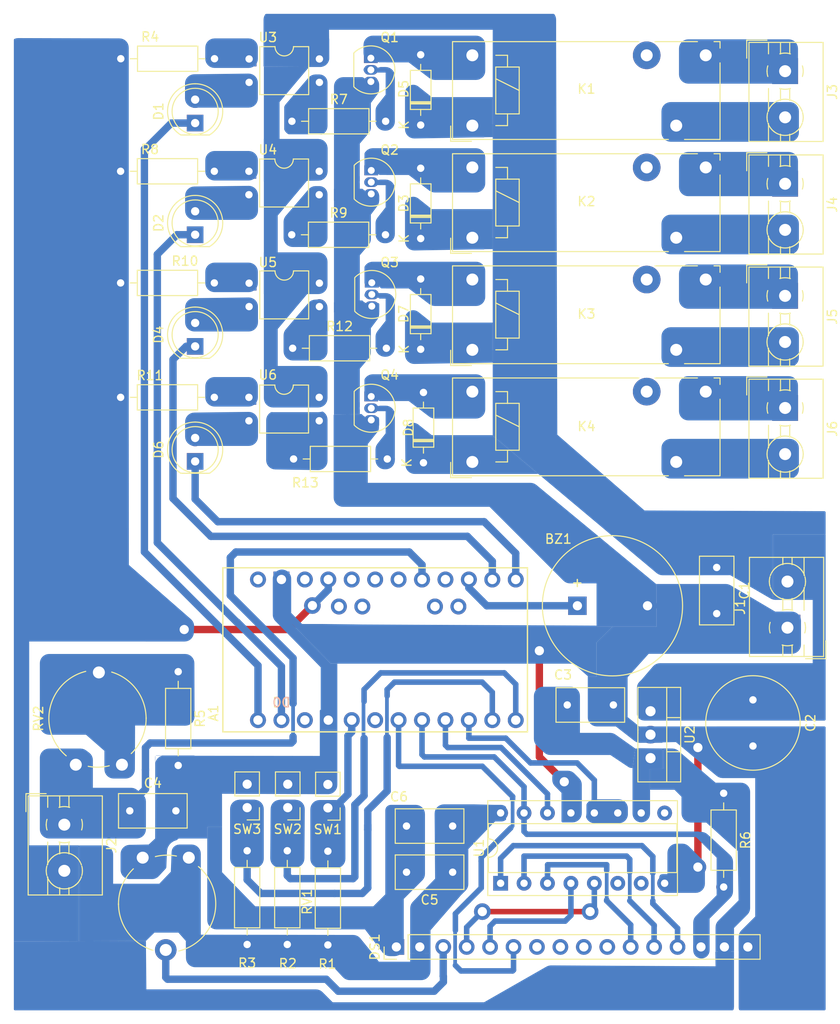
<source format=kicad_pcb>
(kicad_pcb (version 20240108) (generator "pcbnew") (generator_version "8.0")
  (layers (0 "F.Cu" signal) (31 "B.Cu" signal) (34 "B.Paste" user) (35 "F.Paste" user) (36 "B.SilkS" user "B.Silkscreen") (37 "F.SilkS" user "F.Silkscreen") (38 "B.Mask" user) (39 "F.Mask" user) (44 "Edge.Cuts" user))
  (net 0 "")
  (net 1 "Net-(A1-PadD9)")
  (net 3 "R1_EN")
  (net 4 "+5V")
  (net 5 "Net-(A1-D12_MISO)")
  (net 6 "R4_EN")
  (net 7 "display_SCLOCK")
  (net 9 "display_EN")
  (net 13 "R2_EN")
  (net 14 "display_SDATA")
  (net 16 "Net-(A1-D2_INT0)")
  (net 20 "GNDREF")
  (net 21 "R3_EN")
  (net 22 "display_D7")
  (net 23 "Net-(A1-PadD8)")
  (net 24 "Net-(J2-Pin_1)")
  (net 26 "+12V")
  (net 27 "Net-(D1-A)")
  (net 28 "Net-(D2-A)")
  (net 29 "Net-(D3-A)")
  (net 30 "Net-(D4-A)")
  (net 31 "Net-(DS1-R{slash}W)")
  (net 33 "Net-(DS1-D6)")
  (net 34 "Net-(DS1-RS)")
  (net 35 "Net-(DS1-D5)")
  (net 37 "Net-(DS1-D4)")
  (net 39 "Net-(DS1-VO)")
  (net 41 "Net-(J3-Pin_1)")
  (net 42 "Net-(J3-Pin_2)")
  (net 43 "Net-(J4-Pin_2)")
  (net 44 "Net-(J4-Pin_1)")
  (net 45 "Net-(J5-Pin_2)")
  (net 46 "Net-(J5-Pin_1)")
  (net 47 "Net-(J6-Pin_2)")
  (net 48 "Net-(J6-Pin_1)")
  (net 49 "Net-(D5-A)")
  (net 54 "Net-(Q1-B)")
  (net 55 "Net-(Q2-B)")
  (net 56 "Net-(Q3-B)")
  (net 57 "Net-(Q4-B)")
  (net 58 "Net-(R5-Pad1)")
  (net 59 "Net-(R7-Pad1)")
  (net 60 "Net-(R9-Pad1)")
  (net 64 "Net-(D6-A)")
  (net 65 "Net-(D7-A)")
  (net 66 "Net-(D8-A)")
  (net 67 "Net-(R4-Pad2)")
  (net 68 "Net-(R8-Pad2)")
  (net 69 "Net-(R10-Pad2)")
  (net 70 "Net-(R11-Pad2)")
  (net 71 "Net-(R12-Pad1)")
  (net 72 "Net-(R13-Pad1)")
  (footprint "Relay_THT:Relay_1-Form-C_Schrack-RYII_RM3.2mm" (layer "F.Cu") (at 79.576543 56.759231)
    (property "Reference" "K2")
    (property "Value" "Relay_SPDT")
  )
  (footprint "TerminalBlock:TerminalBlock_MaiXu_MX126-5.0-02P_1x02_P5.00mm" (layer "F.Cu") (at 113.481543 50.909231 -90)
    (property "Reference" "J4")
    (property "Value" "R1")
  )
  (footprint "Diode_THT:D_DO-35_SOD27_P7.62mm_Horizontal" (layer "F.Cu") (at 73.976543 44.549231 90)
    (property "Reference" "D5")
    (property "Value" "1N4148")
  )
  (footprint "Resistor_THT:R_Axial_DIN0207_L6.3mm_D2.5mm_P10.16mm_Horizontal" (layer "F.Cu") (at 60.096543 68.739231)
    (property "Reference" "R12")
    (property "Value" "510")
  )
  (footprint "Resistor_THT:R_Axial_DIN0207_L6.3mm_D2.5mm_P10.16mm_Horizontal" (layer "F.Cu") (at 41.466543 37.359231)
    (property "Reference" "R4")
    (property "Value" "1k")
  )
  (footprint "LED_THT:LED_D5.0mm" (layer "F.Cu") (at 49.526543 80.999231 90)
    (property "Reference" "D6")
    (property "Value" "LED")
  )
  (footprint "Potentiometer_THT:Potentiometer_Piher_PT-10-V10_Vertical" (layer "F.Cu") (at 43.84 123.947 -90)
    (property "Reference" "RV1")
    (property "Value" "10k")
  )
  (footprint "Capacitor_THT:C_Rect_L7.2mm_W3.5mm_P5.00mm_FKS2_FKP2_MKS2_MKP2" (layer "F.Cu") (at 77.44 120.522 180)
    (property "Reference" "C6")
    (property "Value" "100nf")
  )
  (footprint "Potentiometer_THT:Potentiometer_Piher_PT-10-V10_Vertical" (layer "F.Cu") (at 41.59 113.872 90)
    (property "Reference" "RV2")
    (property "Value" "2.2k")
  )
  (footprint "Resistor_THT:R_Axial_DIN0207_L6.3mm_D2.5mm_P10.16mm_Horizontal" (layer "F.Cu") (at 47.69 103.792 -90)
    (property "Reference" "R5")
    (property "Value" "1k")
  )
  (footprint "Resistor_THT:R_Axial_DIN0207_L6.3mm_D2.5mm_P10.16mm_Horizontal" (layer "F.Cu") (at 59.996543 56.439231)
    (property "Reference" "R9")
    (property "Value" "510")
  )
  (footprint "Connector_PinHeader_2.54mm:PinHeader_1x02_P2.54mm_Vertical" (layer "F.Cu") (at 55.165 118.527 180)
    (property "Reference" "SW3")
    (property "Value" "Minus")
  )
  (footprint "TerminalBlock:TerminalBlock_MaiXu_MX126-5.0-02P_1x02_P5.00mm" (layer "F.Cu") (at 35.345 120.372 -90)
    (property "Reference" "J2")
    (property "Value" "photo_in")
  )
  (footprint "TerminalBlock:TerminalBlock_MaiXu_MX126-5.0-02P_1x02_P5.00mm" (layer "F.Cu") (at 113.735 99.022 90)
    (property "Reference" "J1")
    (property "Value" "power_12V")
  )
  (footprint "PCM_arduino-library:Arduino_Pro_Mini_Socket_NoSPH" (layer "F.Cu") (at 69.04 101.422 90)
    (property "Reference" "A1")
    (property "Value" "Arduino_Pro_Mini_Socket_NoSPH")
  )
  (footprint "LED_THT:LED_D5.0mm" (layer "F.Cu") (at 49.526543 56.434231 90)
    (property "Reference" "D2")
    (property "Value" "LED")
  )
  (footprint "TerminalBlock:TerminalBlock_MaiXu_MX126-5.0-02P_1x02_P5.00mm" (layer "F.Cu") (at 113.476543 63.059231 -90)
    (property "Reference" "J5")
    (property "Value" "R1")
  )
  (footprint "Package_DIP:DIP-4_W7.62mm" (layer "F.Cu") (at 55.376543 61.684231)
    (property "Reference" "U5")
    (property "Value" "PC817")
  )
  (footprint "TerminalBlock:TerminalBlock_MaiXu_MX126-5.0-02P_1x02_P5.00mm" (layer "F.Cu") (at 113.481543 75.209231 -90)
    (property "Reference" "J6")
    (property "Value" "R1")
  )
  (footprint "Capacitor_THT:C_Rect_L7.2mm_W3.5mm_P5.00mm_FKS2_FKP2_MKS2_MKP2" (layer "F.Cu") (at 42.44 118.872)
    (property "Reference" "C4")
    (property "Value" "100nf")
  )
  (footprint "Capacitor_THT:C_Rect_L7.2mm_W3.5mm_P5.00mm_FKS2_FKP2_MKS2_MKP2" (layer "F.Cu") (at 77.44 125.522 180)
    (property "Reference" "C5")
    (property "Value" "100nf")
  )
  (footprint "Relay_THT:Relay_1-Form-C_Schrack-RYII_RM3.2mm" (layer "F.Cu") (at 79.576543 81.059231)
    (property "Reference" "K4")
    (property "Value" "Relay_SPDT")
  )
  (footprint "LED_THT:LED_D5.0mm" (layer "F.Cu") (at 49.526543 68.534231 90)
    (property "Reference" "D4")
    (property "Value" "LED")
  )
  (footprint "Package_DIP:DIP-16_W7.62mm_Socket" (layer "F.Cu") (at 82.64 126.722 90)
    (property "Reference" "U1")
    (property "Value" "74HC595")
  )
  (footprint "Package_TO_SOT_THT:TO-220-3_Vertical" (layer "F.Cu") (at 98.89 108.077 -90)
    (property "Reference" "U2")
    (property "Value" "LM7805_TO220")
  )
  (footprint "Resistor_THT:R_Axial_DIN0207_L6.3mm_D2.5mm_P10.16mm_Horizontal" (layer "F.Cu") (at 41.446543 74.059231)
    (property "Reference" "R11")
    (property "Value" "1k")
  )
  (footprint "Resistor_THT:R_Axial_DIN0207_L6.3mm_D2.5mm_P10.16mm_Horizontal" (layer "F.Cu") (at 106.82 116.967 -90)
    (property "Reference" "R6")
    (property "Value" "10k")
  )
  (footprint "Diode_THT:D_DO-35_SOD27_P7.62mm_Horizontal" (layer "F.Cu") (at 73.976543 56.849231 90)
    (property "Reference" "D3")
    (property "Value" "1N4148")
  )
  (footprint "Capacitor_THT:C_Rect_L7.2mm_W3.5mm_P5.00mm_FKS2_FKP2_MKS2_MKP2" (layer "F.Cu") (at 89.865 107.397)
    (property "Reference" "C3")
    (property "Value" "100nf")
  )
  (footprint "Diode_THT:D_DO-35_SOD27_P7.62mm_Horizontal" (layer "F.Cu") (at 74.276543 81.149231 90)
    (property "Reference" "D8")
    (property "Value" "1N4148")
  )
  (footprint "Resistor_THT:R_Axial_DIN0207_L6.3mm_D2.5mm_P10.16mm_Horizontal" (layer "F.Cu") (at 41.446543 61.659231)
    (property "Reference" "R10")
    (property "Value" "1k")
  )
  (footprint "Package_TO_SOT_THT:TO-92_Inline" (layer "F.Cu") (at 68.576543 37.299231 -90)
    (property "Reference" "Q1")
    (property "Value" "BC237")
  )
  (footprint "Relay_THT:Relay_1-Form-C_Schrack-RYII_RM3.2mm" (layer "F.Cu") (at 79.576543 44.609231)
    (property "Reference" "K1")
    (property "Value" "Relay_SPDT")
  )
  (footprint "Resistor_THT:R_Axial_DIN0207_L6.3mm_D2.5mm_P10.16mm_Horizontal" (layer "F.Cu") (at 55.165 133.357 90)
    (property "Reference" "R3")
    (property "Value" "1k")
  )
  (footprint "Resistor_THT:R_Axial_DIN0207_L6.3mm_D2.5mm_P10.16mm_Horizontal" (layer "F.Cu") (at 60.016543 44.139231)
    (property "Reference" "R7")
    (property "Value" "510")
  )
  (footprint "Buzzer_Beeper:Buzzer_15x7.5RM7.6" (layer "F.Cu") (at 90.965 96.647)
    (property "Reference" "BZ1")
    (property "Value" "Buzzer")
  )
  (footprint "Diode_THT:D_DO-35_SOD27_P7.62mm_Horizontal" (layer "F.Cu") (at 73.976543 68.849231 90)
    (property "Reference" "D7")
    (property "Value" "1N4148")
  )
  (footprint "Package_TO_SOT_THT:TO-92_Inline" (layer "F.Cu") (at 68.676543 61.639231 -90)
    (property "Reference" "Q3")
    (property "Value" "BC237")
  )
  (footprint "Relay_THT:Relay_1-Form-C_Schrack-RYII_RM3.2mm" (layer "F.Cu") (at 79.576543 68.909231)
    (property "Reference" "K3")
    (property "Value" "Relay_SPDT")
  )
  (footprint "Capacitor_THT:C_Radial_D10.0mm_H12.5mm_P5.00mm" (layer "F.Cu") (at 109.995 106.847 -90)
    (property "Reference" "C2")
    (property "Value" "220mf")
  )
  (footprint "Connector_PinHeader_2.54mm:PinHeader_1x16_P2.54mm_Vertical" (layer "F.Cu") (at 71.34 133.622 90)
    (property "Reference" "DS1")
    (property "Value" "WC1602A" (hide yes))
  )
  (footprint "LED_THT:LED_D5.0mm" (layer "F.Cu") (at 49.526543 44.334231 90)
    (property "Reference" "D1")
    (property "Value" "LED")
  )
  (footprint "TerminalBlock:TerminalBlock_MaiXu_MX126-5.0-02P_1x02_P5.00mm" (layer "F.Cu") (at 113.481543 38.709231 -90)
    (property "Reference" "J3")
    (property "Value" "R1")
  )
  (footprint "Package_DIP:DIP-4_W7.62mm" (layer "F.Cu") (at 55.356543 49.559231)
    (property "Reference" "U4")
    (property "Value" "PC817")
  )
  (footprint "Resistor_THT:R_Axial_DIN0207_L6.3mm_D2.5mm_P10.16mm_Horizontal" (layer "F.Cu") (at 63.915 133.407 90)
    (property "Reference" "R1")
    (property "Value" "1k")
  )
  (footprint "Package_TO_SOT_THT:TO-92_Inline" (layer "F.Cu") (at 68.616543 73.969231 -90)
    (property "Reference" "Q4")
    (property "Value" "BC237")
  )
  (footprint "Package_DIP:DIP-4_W7.62mm" (layer "F.Cu") (at 55.356543 74.059231)
    (property "Reference" "U6")
    (property "Value" "PC817")
  )
  (footprint "Resistor_THT:R_Axial_DIN0207_L6.3mm_D2.5mm_P10.16mm_Horizontal" (layer "F.Cu") (at 60.196543 80.739231)
    (property "Reference" "R13")
    (property "Value" "510")
  )
  (footprint "Connector_PinHeader_2.54mm:PinHeader_1x02_P2.54mm_Vertical" (layer "F.Cu") (at 63.915 118.552 180)
    (property "Reference" "SW1")
    (property "Value" "Center")
  )
  (footprint "Capacitor_THT:C_Rect_L7.2mm_W3.5mm_P5.00mm_FKS2_FKP2_MKS2_MKP2" (layer "F.Cu") (at 106.065 92.497 -90)
    (property "Reference" "C1")
    (property "Value" "100nf")
  )
  (footprint "Connector_PinHeader_2.54mm:PinHeader_1x02_P2.54mm_Vertical" (layer "F.Cu") (at 59.565 118.527 180)
    (property "Reference" "SW2")
    (property "Value" "Plus")
  )
  (footprint "Package_TO_SOT_THT:TO-92_Inline" (layer "F.Cu") (at 68.616543 49.469231 -90)
    (property "Reference" "Q2")
    (property "Value" "BC237")
  )
  (footprint "Package_DIP:DIP-4_W7.62mm" (layer "F.Cu") (at 55.376543 37.384231)
    (property "Reference" "U3")
    (property "Value" "PC817")
  )
  (footprint "Resistor_THT:R_Axial_DIN0207_L6.3mm_D2.5mm_P10.16mm_Horizontal" (layer "F.Cu") (at 41.446543 49.559231)
    (property "Reference" "R8")
    (property "Value" "1k")
  )
  (footprint "Resistor_THT:R_Axial_DIN0207_L6.3mm_D2.5mm_P10.16mm_Horizontal" (layer "F.Cu") (at 59.515 133.357 90)
    (property "Reference" "R2")
    (property "Value" "1k")
  )
  (segment (start 67.84 117.222) (end 66.84 118.222) (width 0.8) (layer "B.Cu") (net 1))
  (segment (start 83.04 103.922) (end 84.28 105.162) (width 0.6) (layer "B.Cu") (net 1))
  (segment (start 66.84 118.222) (end 66.84 126.022) (width 0.8) (layer "B.Cu") (net 1))
  (segment (start 67.84 111.022) (end 67.7764 110.9584) (width 0.4) (layer "B.Cu") (net 1))
  (segment (start 59.515 125.897) (end 59.515 123.197) (width 0.8) (layer "B.Cu") (net 1))
  (segment (start 67.84 105.722) (end 69.64 103.922) (width 0.6) (layer "B.Cu") (net 1))
  (segment (start 67.7764 110.9584) (end 67.7764 107.0856) (width 0.4) (layer "B.Cu") (net 1))
  (segment (start 66.84 126.022) (end 66.64 126.222) (width 0.8) (layer "B.Cu") (net 1))
  (segment (start 67.7764 107.0856) (end 67.84 107.022) (width 0.4) (layer "B.Cu") (net 1))
  (segment (start 84.28 105.162) (end 84.28 109.042) (width 0.6) (layer "B.Cu") (net 1))
  (segment (start 69.64 103.922) (end 83.04 103.922) (width 0.6) (layer "B.Cu") (net 1))
  (segment (start 59.84 126.222) (end 59.515 125.897) (width 0.8) (layer "B.Cu") (net 1))
  (segment (start 67.84 111.022) (end 67.84 117.222) (width 0.8) (layer "B.Cu") (net 1))
  (segment (start 67.84 105.722) (end 67.84 107.022) (width 0.6) (layer "B.Cu") (net 1))
  (segment (start 66.64 126.222) (end 59.84 126.222) (width 0.8) (layer "B.Cu") (net 1))
  (segment (start 44.026543 90.808543) (end 44.026543 47.159231) (width 0.8) (layer "B.Cu") (net 3))
  (segment (start 44.126543 47.159231) (end 46.951543 44.334231) (width 0.8) (layer "B.Cu") (net 3))
  (segment (start 46.951543 44.334231) (end 49.526543 44.334231) (width 0.8) (layer "B.Cu") (net 3))
  (segment (start 56.34 103.122) (end 44.026543 90.808543) (width 0.8) (layer "B.Cu") (net 3))
  (segment (start 56.34 109.042) (end 56.34 103.122) (width 0.8) (layer "B.Cu") (net 3))
  (segment (start 44.026543 47.159231) (end 44.126543 47.159231) (width 0.8) (layer "B.Cu") (net 3))
  (segment (start 48.34 99.222) (end 59.64 99.222) (width 0.8) (layer "F.Cu") (net 4))
  (segment (start 59.64 99.222) (end 62.24 96.622) (width 0.8) (layer "F.Cu") (net 4))
  (via (at 62.24 96.622) (size 1.8) (drill 1) (layers "F.Cu" "B.Cu") (net 4))
  (via (at 48.34 99.222) (size 1.8) (drill 1) (layers "F.Cu" "B.Cu") (net 4))
  (segment (start 63.96 93.802) (end 63.96 94.902) (width 0.8) (layer "B.Cu") (net 4))
  (segment (start 63.64 95.222) (end 62.24 96.622) (width 0.8) (layer "B.Cu") (net 4))
  (segment (start 63.96 94.902) (end 63.64 95.222) (width 0.8) (layer "B.Cu") (net 4))
  (segment (start 90.965 96.647) (end 81.14 96.647) (width 0.8) (layer "B.Cu") (net 5))
  (segment (start 79.2 94.707) (end 80.645 96.152) (width 0.8) (layer "B.Cu") (net 5))
  (segment (start 81.14 96.647) (end 80.645 96.152) (width 0.8) (layer "B.Cu") (net 5))
  (segment (start 79.2 93.802) (end 79.2 94.707) (width 0.8) (layer "B.Cu") (net 5))
  (segment (start 49.526543 85.086543) (end 51.977 87.537) (width 0.8) (layer "B.Cu") (net 6))
  (segment (start 51.977 87.537) (end 80.855 87.537) (width 0.8) (layer "B.Cu") (net 6))
  (segment (start 84.28 90.962) (end 84.28 93.802) (width 0.8) (layer "B.Cu") (net 6))
  (segment (start 49.526543 80.999231) (end 49.526543 85.086543) (width 0.8) (layer "B.Cu") (net 6))
  (segment (start 80.855 87.537) (end 84.28 90.962) (width 0.8) (layer "B.Cu") (net 6))
  (segment (start 92.8 115.547) (end 92.8 119.102) (width 0.6) (layer "B.Cu") (net 7))
  (segment (start 85.881 113.681) (end 90.934 113.681) (width 0.6) (layer "B.Cu") (net 7))
  (segment (start 90.934 113.681) (end 92.8 115.547) (width 0.6) (layer "B.Cu") (net 7))
  (segment (start 79.2 109.042) (end 79.2 110.998) (width 0.6) (layer "B.Cu") (net 7))
  (segment (start 79.2 110.998) (end 83.198 110.998) (width 0.6) (layer "B.Cu") (net 7))
  (segment (start 83.198 110.998) (end 85.881 113.681) (width 0.6) (layer "B.Cu") (net 7))
  (segment (start 79.14 128.622) (end 80.54 127.222) (width 0.6) (layer "B.Cu") (net 9))
  (segment (start 84.04 133.622) (end 84.04 136.122) (width 0.6) (layer "B.Cu") (net 9))
  (segment (start 71.58 113.962) (end 71.664 114.046) (width 0.6) (layer "B.Cu") (net 9))
  (segment (start 77.74 131.822) (end 77.74 130.022) (width 0.6) (layer "B.Cu") (net 9))
  (segment (start 80.54 127.222) (end 80.54 124.322) (width 0.6) (layer "B.Cu") (net 9))
  (segment (start 77.71 131.852) (end 77.74 131.822) (width 0.4) (layer "B.Cu") (net 9))
  (segment (start 83.94 118.722) (end 83.94 117.622) (width 0.4) (layer "B.Cu") (net 9))
  (segment (start 81.166 114.548) (end 81.16 114.548) (width 0.6) (layer "B.Cu") (net 9))
  (segment (start 80.54 123.922) (end 83.74 120.722) (width 0.6) (layer "B.Cu") (net 9))
  (segment (start 81.16 114.548) (end 80.658 114.046) (width 0.6) (layer "B.Cu") (net 9))
  (segment (start 83.64 117.022) (end 82.82 116.202) (width 0.6) (layer "B.Cu") (net 9))
  (segment (start 77.74 130.022) (end 79.14 128.622) (width 0.6) (layer "B.Cu") (net 9))
  (segment (start 83.94 117.322) (end 83.64 117.022) (width 0.4) (layer "B.Cu") (net 9))
  (segment (start 81.166 114.548) (end 82.82 116.202) (width 0.6) (layer "B.Cu") (net 9))
  (segment (start 71.58 113.962) (end 71.58 109.042) (width 0.6) (layer "B.Cu") (net 9))
  (segment (start 71.664 114.046) (end 80.658 114.046) (width 0.6) (layer "B.Cu") (net 9))
  (segment (start 82.64 116.022) (end 83.94 117.322) (width 0.6) (layer "B.Cu") (net 9))
  (segment (start 82.82 116.202) (end 82.64 116.022) (width 0.6) (layer "B.Cu") (net 9))
  (segment (start 80.54 124.322) (end 80.54 123.922) (width 0.6) (layer "B.Cu") (net 9))
  (segment (start 83.94 120.522) (end 83.94 118.722) (width 0.4) (layer "B.Cu") (net 9))
  (segment (start 84.04 136.122) (end 83.94 136.222) (width 0.6) (layer "B.Cu") (net 9))
  (segment (start 77.74 135.622) (end 77.71 135.592) (width 0.4) (layer "B.Cu") (net 9))
  (segment (start 77.71 135.592) (end 77.71 131.852) (width 0.4) (layer "B.Cu") (net 9))
  (segment (start 83.94 117.322) (end 83.94 117.622) (width 0.6) (layer "B.Cu") (net 9))
  (segment (start 83.94 136.222) (end 78.34 136.222) (width 0.6) (layer "B.Cu") (net 9))
  (segment (start 83.74 120.722) (end 83.94 120.522) (width 0.4) (layer "B.Cu") (net 9))
  (segment (start 78.34 136.222) (end 77.74 135.622) (width 0.6) (layer "B.Cu") (net 9))
  (segment (start 45.426543 89.808543) (end 45.426543 58.559231) (width 0.8) (layer "B.Cu") (net 13))
  (segment (start 45.426543 58.559231) (end 47.551543 56.434231) (width 0.8) (layer "B.Cu") (net 13))
  (segment (start 58.88 103.222) (end 54.08 98.422) (width 0.8) (layer "B.Cu") (net 13))
  (segment (start 47.551543 56.434231) (end 49.526543 56.434231) (width 0.8) (layer "B.Cu") (net 13))
  (segment (start 54.08 98.422) (end 54.04 98.422) (width 0.8) (layer "B.Cu") (net 13))
  (segment (start 58.88 109.042) (end 58.88 103.222) (width 0.8) (layer "B.Cu") (net 13))
  (segment (start 54.04 98.422) (end 45.426543 89.808543) (width 0.8) (layer "B.Cu") (net 13))
  (segment (start 87.72 117.044) (end 87.72 119.102) (width 0.6) (layer "B.Cu") (net 14))
  (segment (start 76.66 109.042) (end 76.66 111.76) (width 0.6) (layer "B.Cu") (net 14))
  (segment (start 76.66 111.76) (end 76.914 112.014) (width 0.6) (layer "B.Cu") (net 14))
  (segment (start 76.914 112.014) (end 82.69 112.014) (width 0.6) (layer "B.Cu") (net 14))
  (segment (start 82.69 112.014) (end 87.72 117.044) (width 0.6) (layer "B.Cu") (net 14))
  (segment (start 63.915 118.552) (end 64.61 118.552) (width 0.8) (layer "B.Cu") (net 16))
  (segment (start 66.09 117.072) (end 66.09 110.732) (width 0.8) (layer "B.Cu") (net 16))
  (segment (start 66.09 110.732) (end 66.5 110.322) (width 0.8) (layer "B.Cu") (net 16))
  (segment (start 64.61 118.552) (end 66.09 117.072) (width 0.8) (layer "B.Cu") (net 16))
  (segment (start 66.5 110.322) (end 66.5 109.042) (width 0.8) (layer "B.Cu") (net 16))
  (segment (start 104.026 124.968) (end 104.026 112.014) (width 0.8) (layer "F.Cu") (net 20))
  (segment (start 86.84 101.522) (end 86.84 113.022) (width 0.8) (layer "F.Cu") (net 20))
  (segment (start 86.84 113.022) (end 89.54 115.722) (width 0.8) (layer "F.Cu") (net 20))
  (via (at 89.54 115.722) (size 1.8) (drill 1) (layers "F.Cu" "B.Cu") (net 20))
  (via (at 104.026 124.968) (size 1.8) (drill 1) (layers "F.Cu" "B.Cu") (net 20))
  (via (at 104.026 112.014) (size 1.8) (drill 1) (layers "F.Cu" "B.Cu") (net 20))
  (via (at 86.84 101.522) (size 1.8) (drill 1) (layers "F.Cu" "B.Cu") (net 20))
  (segment (start 89.86 116.042) (end 89.54 115.722) (width 0.8) (layer "B.Cu") (net 20))
  (segment (start 48.551543 68.534231) (end 47.126543 69.959231) (width 0.8) (layer "B.Cu") (net 21))
  (segment (start 47.126543 69.959231) (end 47.126543 85.022) (width 0.8) (layer "B.Cu") (net 21))
  (segment (start 49.526543 68.534231) (end 48.551543 68.534231) (width 0.8) (layer "B.Cu") (net 21))
  (segment (start 81.74 91.822) (end 81.74 93.802) (width 0.8) (layer "B.Cu") (net 21))
  (segment (start 51.226543 89.122) (end 79.04 89.122) (width 0.8) (layer "B.Cu") (net 21))
  (segment (start 47.126543 85.022) (end 51.226543 89.122) (width 0.8) (layer "B.Cu") (net 21))
  (segment (start 79.04 89.122) (end 81.74 91.822) (width 0.8) (layer "B.Cu") (net 21))
  (segment (start 85.18 119.102) (end 85.18 121.108) (width 0.6) (layer "B.Cu") (net 22))
  (segment (start 85.18 116.262) (end 85.18 119.102) (width 0.6) (layer "B.Cu") (net 22))
  (segment (start 74.12 109.042) (end 74.12 112.776) (width 0.6) (layer "B.Cu") (net 22))
  (segment (start 74.374 113.03) (end 81.948 113.03) (width 0.6) (layer "B.Cu") (net 22))
  (segment (start 85.484 121.412) (end 104.026 121.412) (width 0.6) (layer "B.Cu") (net 22))
  (segment (start 85.18 121.108) (end 85.484 121.412) (width 0.6) (layer "B.Cu") (net 22))
  (segment (start 81.948 113.03) (end 85.18 116.262) (width 0.6) (layer "B.Cu") (net 22))
  (segment (start 74.12 112.776) (end 74.374 113.03) (width 0.6) (layer "B.Cu") (net 22))
  (segment (start 67.64 127.822) (end 68.24 127.222) (width 0.8) (layer "B.Cu") (net 23))
  (segment (start 70.34 106.422) (end 70.3164 106.4456) (width 0.4) (layer "B.Cu") (net 23))
  (segment (start 70.3164 106.4456) (end 70.3164 110.8984) (width 0.4) (layer "B.Cu") (net 23))
  (segment (start 70.34 105.722) (end 70.34 106.422) (width 0.6) (layer "B.Cu") (net 23))
  (segment (start 81.74 106.022) (end 80.64 104.922) (width 0.6) (layer "B.Cu") (net 23))
  (segment (start 80.64 104.922) (end 71.14 104.922) (width 0.6) (layer "B.Cu") (net 23))
  (segment (start 70.34 116.722) (end 70.34 110.922) (width 0.8) (layer "B.Cu") (net 23))
  (segment (start 70.3164 110.8984) (end 70.34 110.922) (width 0.4) (layer "B.Cu") (net 23))
  (segment (start 71.14 104.922) (end 70.34 105.722) (width 0.6) (layer "B.Cu") (net 23))
  (segment (start 68.24 120.922) (end 68.24 118.822) (width 0.8) (layer "B.Cu") (net 23))
  (segment (start 64.64 127.822) (end 67.64 127.822) (width 0.8) (layer "B.Cu") (net 23))
  (segment (start 70.34 110.922) (end 70.34 115.922) (width 0.6) (layer "B.Cu") (net 23))
  (segment (start 68.24 127.222) (end 68.24 120.922) (width 0.8) (layer "B.Cu") (net 23))
  (segment (start 55.165 123.197) (end 55.165 126.347) (width 0.8) (layer "B.Cu") (net 23))
  (segment (start 68.24 120.922) (end 68.24 120.422) (width 0.8) (layer "B.Cu") (net 23))
  (segment (start 68.24 118.822) (end 70.34 116.722) (width 0.8) (layer "B.Cu") (net 23))
  (segment (start 81.74 109.042) (end 81.74 106.022) (width 0.6) (layer "B.Cu") (net 23))
  (segment (start 56.64 127.822) (end 64.64 127.822) (width 0.8) (layer "B.Cu") (net 23))
  (segment (start 55.165 126.347) (end 56.64 127.822) (width 0.8) (layer "B.Cu") (net 23))
  (segment (start 60.1436 110.8184) (end 60.1436 107.2256) (width 0.4) (layer "B.Cu") (net 24))
  (segment (start 60.14 102.322) (end 60.14 107.222) (width 0.8) (layer "B.Cu") (net 24))
  (segment (start 43.04 117.622) (end 44.14 116.522) (width 0.8) (layer "B.Cu") (net 24))
  (segment (start 60.14 107.222) (end 60.1436 107.2256) (width 0.8) (layer "B.Cu") (net 24))
  (segment (start 44.64 111.522) (end 59.94 111.522) (width 0.8) (layer "B.Cu") (net 24))
  (segment (start 44.14 112.022) (end 44.64 111.522) (width 0.8) (layer "B.Cu") (net 24))
  (segment (start 44.14 114.422) (end 44.14 112.022) (width 0.8) (layer "B.Cu") (net 24))
  (segment (start 42.44 118.222) (end 43.04 117.622) (width 0.8) (layer "B.Cu") (net 24))
  (segment (start 74.12 93.802) (end 74.12 92.202) (width 0.8) (layer "B.Cu") (net 24))
  (segment (start 60.14 111.322) (end 60.14 110.822) (width 0.8) (layer "B.Cu") (net 24))
  (segment (start 53.94 90.822) (end 53.34 91.422) (width 0.8) (layer "B.Cu") (net 24))
  (segment (start 74.12 92.202) (end 72.74 90.822) (width 0.8) (layer "B.Cu") (net 24))
  (segment (start 44.14 116.522) (end 44.14 114.422) (width 0.8) (layer "B.Cu") (net 24))
  (segment (start 60.14 110.822) (end 60.1436 110.8184) (width 0.4) (layer "B.Cu") (net 24))
  (segment (start 42.44 118.872) (end 42.44 118.222) (width 0.8) (layer "B.Cu") (net 24))
  (segment (start 53.34 91.422) (end 53.34 95.522) (width 0.8) (layer "B.Cu") (net 24))
  (segment (start 72.74 90.822) (end 53.94 90.822) (width 0.8) (layer "B.Cu") (net 24))
  (segment (start 53.34 95.522) (end 60.14 102.322) (width 0.8) (layer "B.Cu") (net 24))
  (segment (start 59.94 111.522) (end 60.14 111.322) (width 0.8) (layer "B.Cu") (net 24))
  (segment (start 79.516543 44.549231) (end 79.576543 44.609231) (width 0.6) (layer "B.Cu") (net 26))
  (segment (start 90.26 130.202) (end 90.26 126.722) (width 0.6) (layer "B.Cu") (net 31))
  (segment (start 89.64 130.822) (end 90.26 130.202) (width 0.6) (layer "B.Cu") (net 31))
  (segment (start 81.5 131.362) (end 82.04 130.822) (width 0.6) (layer "B.Cu") (net 31))
  (segment (start 81.5 133.622) (end 81.5 131.362) (width 0.6) (layer "B.Cu") (net 31))
  (segment (start 82.04 130.822) (end 89.64 130.822) (width 0.6) (layer "B.Cu") (net 31))
  (segment (start 101.82 131.602) (end 100.84 130.622) (width 0.6) (layer "B.Cu") (net 33))
  (segment (start 101.82 132.242) (end 101.82 131.602) (width 0.6) (layer "B.Cu") (net 33))
  (segment (start 99.14 128.622) (end 99.14 125.622) (width 0.4) (layer "B.Cu") (net 33))
  (segment (start 97.965 122.647) (end 99.14 123.822) (width 0.6) (layer "B.Cu") (net 33))
  (segment (start 100.84 130.622) (end 99.14 128.922) (width 0.6) (layer "B.Cu") (net 33))
  (segment (start 82.64 126.722) (end 82.64 124.022) (width 0.6) (layer "B.Cu") (net 33))
  (segment (start 84.015 122.647) (end 97.965 122.647) (width 0.6) (layer "B.Cu") (net 33))
  (segment (start 82.64 124.022) (end 84.015 122.647) (width 0.6) (layer "B.Cu") (net 33))
  (segment (start 99.14 123.822) (end 99.14 125.622) (width 0.6) (layer "B.Cu") (net 33))
  (segment (start 99.14 128.922) (end 99.14 128.622) (width 0.6) (layer "B.Cu") (net 33))
  (segment (start 101.82 133.622) (end 101.82 132.242) (width 0.6) (layer "B.Cu") (net 33))
  (segment (start 80.658 129.794) (end 92.342 129.794) (width 0.6) (layer "F.Cu") (net 34))
  (via (at 92.342 129.794) (size 1.8) (drill 1) (layers "F.Cu" "B.Cu") (net 34))
  (via (at 80.658 129.794) (size 1.8) (drill 1) (layers "F.Cu" "B.Cu") (net 34))
  (segment (start 92.8 126.722) (end 92.8 129.336) (width 0.6) (layer "B.Cu") (net 34))
  (segment (start 78.96 131.574) (end 78.96 131.492) (width 0.6) (layer "B.Cu") (net 34))
  (segment (start 78.96 131.492) (end 80.658 129.794) (width 0.6) (layer "B.Cu") (net 34))
  (segment (start 92.8 129.336) (end 92.342 129.794) (width 0.6) (layer "B.Cu") (net 34))
  (segment (start 78.96 133.622) (end 78.96 131.574) (width 0.6) (layer "B.Cu") (net 34))
  (segment (start 85.18 126.722) (end 85.18 123.782) (width 0.6) (layer "B.Cu") (net 35))
  (segment (start 96.64 128.622) (end 96.64 125.522) (width 0.4) (layer "B.Cu") (net 35))
  (segment (start 99.28 133.622) (end 99.28 131.382) (width 0.6) (layer "B.Cu") (net 35))
  (segment (start 96.3 123.782) (end 96.64 124.122) (width 0.6) (layer "B.Cu") (net 35))
  (segment (start 99.28 131.382) (end 99.28 131.262) (width 0.6) (layer "B.Cu") (net 35))
  (segment (start 85.18 123.782) (end 96.3 123.782) (width 0.6) (layer "B.Cu") (net 35))
  (segment (start 96.74 128.722) (end 96.64 128.622) (width 0.6) (layer "B.Cu") (net 35))
  (segment (start 99.28 131.262) (end 96.74 128.722) (width 0.6) (layer "B.Cu") (net 35))
  (segment (start 96.64 124.122) (end 96.64 125.522) (width 0.6) (layer "B.Cu") (net 35))
  (segment (start 87.72 125.542) (end 87.74 125.522) (width 0.6) (layer "B.Cu") (net 37))
  (segment (start 87.74 124.714) (end 94.14 124.714) (width 0.6) (layer "B.Cu") (net 37))
  (segment (start 96.74 133.622) (end 96.74 131.222) (width 0.6) (layer "B.Cu") (net 37))
  (segment (start 96.74 131.222) (end 94.14 128.622) (width 0.6) (layer "B.Cu") (net 37))
  (segment (start 87.72 126.722) (end 87.72 125.542) (width 0.6) (layer "B.Cu") (net 37))
  (segment (start 87.74 125.522) (end 87.74 124.714) (width 0.6) (layer "B.Cu") (net 37))
  (segment (start 94.14 124.714) (end 94.14 125.322) (width 0.6) (layer "B.Cu") (net 37))
  (segment (start 94.14 128.622) (end 94.14 128.522) (width 0.6) (layer "B.Cu") (net 37))
  (segment (start 94.14 128.522) (end 94.14 125.322) (width 0.4) (layer "B.Cu") (net 37))
  (segment (start 76.44 136.822) (end 76.42 136.802) (width 0.8) (layer "B.Cu") (net 39))
  (segment (start 46.34 136.922) (end 46.54 137.122) (width 0.8) (layer "B.Cu") (net 39))
  (segment (start 76.42 136.802) (end 76.42 133.622) (width 0.8) (layer "B.Cu") (net 39))
  (segment (start 76.44 137.422) (end 76.44 136.822) (width 0.8) (layer "B.Cu") (net 39))
  (segment (start 65.04 138.422) (end 75.44 138.422) (width 0.8) (layer "B.Cu") (net 39))
  (segment (start 63.74 137.122) (end 65.04 138.422) (width 0.8) (layer "B.Cu") (net 39))
  (segment (start 75.44 138.422) (end 76.44 137.422) (width 0.8) (layer "B.Cu") (net 39))
  (segment (start 46.54 137.122) (end 63.74 137.122) (width 0.8) (layer "B.Cu") (net 39))
  (segment (start 46.34 133.947) (end 46.34 136.922) (width 0.8) (layer "B.Cu") (net 39))
  (segment (start 74.036543 36.989231) (end 73.976543 36.929231) (width 0.6) (layer "B.Cu") (net 49))
  (zone (net 4) (net_name "+5V") (layer "B.Cu") (priority 35) (connect_pads yes (clearance 0.5)) (min_thickness 0.25) (fill yes (thermal_gap 0.5) (thermal_bridge_width 0.5) (smoothing fillet) (radius 1))
    (polygon (pts (xy 105.918 134.122) (xy 105.94 135.722) (xy 87.84 135.622) (xy 80.84 139.622) (xy 64.44 139.622) (xy 63.04 138.222) (xy 44.24 138.222) (xy 44.19 132.972) (xy 29.34 133.022) (xy 29.34 141.022) (xy 107.94 141.122) (xy 107.94 134.122)))
  )
  (zone (net 60) (net_name "Net-(R9-Pad1)") (layer "B.Cu") (priority 14) (connect_pads yes (clearance 0.5)) (min_thickness 0.25) (fill yes (thermal_gap 0.5) (thermal_bridge_width 0.5) (smoothing fillet) (radius 1))
    (polygon (pts (xy 63.876543 51.159231) (xy 62.110897 51.166192) (xy 59.110897 54.666192) (xy 59.110897 57.766192) (xy 63.876543 57.759231)))
  )
  (zone (net 7) (net_name "display_SCLOCK") (layer "B.Cu") (priority 10) (connect_pads yes (clearance 0.5)) (min_thickness 0.25) (fill yes (thermal_gap 0.5) (thermal_bridge_width 0.5) (smoothing fillet) (radius 1))
    (polygon (pts (xy 91.84 117.622) (xy 91.84 120.222) (xy 96.44 120.222) (xy 96.44 117.622)))
  )
  (zone (net 23) (net_name "Net-(A1-PadD8)") (layer "B.Cu") (priority 4) (connect_pads yes (clearance 0.5)) (min_thickness 0.25) (fill yes (thermal_gap 0.5) (thermal_bridge_width 0.5) (smoothing fillet) (radius 1))
    (polygon (pts (xy 56.965 125.077) (xy 56.965 117.672) (xy 53.315 117.672) (xy 53.315 125.027)))
  )
  (zone (net 70) (net_name "Net-(R11-Pad2)") (layer "B.Cu") (priority 19) (connect_pads yes (clearance 0.5)) (min_thickness 0.25) (fill yes (thermal_gap 0.5) (thermal_bridge_width 0.5) (smoothing fillet) (radius 1))
    (polygon (pts (xy 56.326543 75.059231) (xy 50.626543 75.059231) (xy 50.626543 71.859231) (xy 56.326543 71.859231)))
  )
  (zone (net 20) (net_name "GNDREF") (layer "B.Cu") (priority 33) (connect_pads yes (clearance 0.5)) (min_thickness 0.25) (fill yes (thermal_gap 0.5) (thermal_bridge_width 0.5) (smoothing fillet) (radius 1))
    (polygon (pts (xy 99.708 127.762) (xy 104.788 127.762) (xy 104.788 124.46) (xy 102.756 122.428) (xy 100.724 122.428) (xy 100.724 125.73) (xy 99.708 125.73)))
  )
  (zone (net 29) (net_name "Net-(D3-A)") (layer "B.Cu") (priority 11) (connect_pads yes (clearance 0.5)) (min_thickness 0.25) (fill yes (thermal_gap 0.5) (thermal_bridge_width 0.5) (smoothing fillet) (radius 1))
    (polygon (pts (xy 80.976543 51.859231) (xy 80.976543 47.059231) (xy 67.776543 47.059231) (xy 67.776543 49.959231) (xy 72.676543 49.959231) (xy 75.176543 51.859231)))
  )
  (zone (net 4) (net_name "+5V") (layer "B.Cu") (priority 26) (connect_pads yes (clearance 0.5)) (min_thickness 0.25) (fill yes (thermal_gap 0.5) (thermal_bridge_width 0.5) (smoothing fillet) (radius 1))
    (polygon (pts (xy 97.44 114.322) (xy 97.422 116.586) (xy 101.486 116.586) (xy 102.248 117.348) (xy 102.248 120.142) (xy 104.932 120.142) (xy 108.34 123.222) (xy 108.44 128.572) (xy 105.94 131.072) (xy 105.94 134.822) (xy 107.94 134.822) (xy 107.94 131.572) (xy 109.69 129.822) (xy 109.69 115.822) (xy 105.94 115.822) (xy 102.44 112.822) (xy 101.64 112.122) (xy 97.44 112.072)))
  )
  (zone (net 20) (net_name "GNDREF") (layer "B.Cu") (priority 28) (connect_pads yes (clearance 0.5)) (min_thickness 0.25) (fill yes (thermal_gap 0.5) (thermal_bridge_width 0.5) (smoothing fillet) (radius 1))
    (polygon (pts (xy 108.44 141.122) (xy 108.44 132.122) (xy 110.24 130.322) (xy 110.24 115.322) (xy 106.34 115.322) (xy 101.64 111.422) (xy 97.422 111.506) (xy 97.676 109.728) (xy 118.74 109.722) (xy 118.765 141.122)))
  )
  (zone (net 24) (net_name "Net-(J2-Pin_1)") (layer "B.Cu") (connect_pads yes (clearance 0.5)) (min_thickness 0.25) (fill yes (thermal_gap 0.5) (thermal_bridge_width 0.5) (smoothing fillet) (radius 1))
    (polygon (pts (xy 32.69 121.872) (xy 32.69 112.122) (xy 37.44 112.122) (xy 38.44 112.872) (xy 38.44 116.372) (xy 42.94 116.372) (xy 44.19 117.372) (xy 44.19 121.872)))
  )
  (zone (net 58) (net_name "Net-(R5-Pad1)") (layer "B.Cu") (priority 1) (connect_pads yes (clearance 0.5)) (min_thickness 0.25) (fill yes (thermal_gap 0.5) (thermal_bridge_width 0.5) (smoothing fillet) (radius 1))
    (polygon (pts (xy 39.69 115.372) (xy 39.69 112.372) (xy 37.69 110.622) (xy 32.69 110.622) (xy 32.69 101.872) (xy 49.44 101.872) (xy 49.465 109.647) (xy 43.015 109.622) (xy 42.99 115.372)))
  )
  (zone (net 20) (net_name "GNDREF") (layer "B.Cu") (priority 24) (connect_pads yes (clearance 0.5)) (min_thickness 0.25) (fill yes (thermal_gap 0.5) (thermal_bridge_width 0.5) (smoothing fillet) (radius 1))
    (polygon (pts (xy 115.202 97.282) (xy 112.408 97.282) (xy 107.328 94.288) (xy 94.628 94.288) (xy 94.628 97.79) (xy 92.088 100.584) (xy 92.088 109.728) (xy 95.136 109.728) (xy 97.422 111.506) (xy 100.216 111.506) (xy 100.216 109.728) (xy 97.676 109.728) (xy 96.406 108.712) (xy 96.406 104.394) (xy 98.692 101.854) (xy 115.202 101.854)))
  )
  (zone (net 45) (net_name "Net-(J5-Pin_2)") (layer "B.Cu") (priority 18) (connect_pads yes (clearance 0.5)) (min_thickness 0.25) (fill yes (thermal_gap 0.5) (thermal_bridge_width 0.5) (smoothing fillet) (radius 1))
    (polygon (pts (xy 114.976543 66.459231) (xy 100.076543 66.459231) (xy 100.076543 70.759231) (xy 114.976543 70.759231)))
  )
  (zone (net 16) (net_name "Net-(A1-D2_INT0)") (layer "B.Cu") (priority 5) (connect_pads yes (clearance 0.5)) (min_thickness 0.25) (fill yes (thermal_gap 0.5) (thermal_bridge_width 0.5) (smoothing fillet) (radius 1))
    (polygon (pts (xy 65.815 125.077) (xy 65.815 117.702) (xy 62.015 117.702) (xy 62.015 125.077)))
  )
  (zone (net 4) (net_name "+5V") (layer "B.Cu") (priority 27) (connect_pads yes (clearance 0.5)) (min_thickness 0.25) (fill yes (thermal_gap 0.5) (thermal_bridge_width 0.5) (smoothing fillet) (radius 1))
    (polygon (pts (xy 42.326543 75.459231) (xy 42.34 92.222) (xy 49.44 98.422) (xy 49.34 100.522) (xy 31.54 100.521352) (xy 31.54 122.613352) (xy 36.94 122.613352) (xy 36.94 135.313352) (xy 29.34 135.313352) (xy 29.34 35.122352) (xy 42.326543 35.159231)))
  )
  (zone (net 20) (net_name "GNDREF") (layer "B.Cu") (priority 22) (connect_pads yes (clearance 0.5)) (min_thickness 0.25) (fill yes (thermal_gap 0.5) (thermal_bridge_width 0.5) (smoothing fillet) (radius 1))
    (polygon (pts (xy 57.94 92.722) (xy 57.94 98.022) (xy 63.14 103.322) (xy 63.14 110.122) (xy 64.94 110.122) (xy 64.94 102.522) (xy 59.94 97.422) (xy 59.94 92.722)))
  )
  (zone (net 27) (net_name "Net-(D1-A)") (layer "B.Cu") (priority 20) (connect_pads yes (clearance 0.5)) (min_thickness 0.25) (fill yes (thermal_gap 0.5) (thermal_bridge_width 0.5) (smoothing fillet) (radius 1))
    (polygon (pts (xy 48.426543 42.659231) (xy 56.326543 42.659231) (xy 56.326543 38.959231) (xy 48.426543 39.059231)))
  )
  (zone (net 4) (net_name "+5V") (layer "B.Cu") (priority 29) (connect_pads yes (clearance 0.5)) (min_thickness 0.25) (fill yes (thermal_gap 0.5) (thermal_bridge_width 0.5) (smoothing fillet) (radius 1))
    (polygon (pts (xy 100.24 112.122) (xy 97.24 112.122) (xy 94.84 110.422) (xy 91.24 110.422) (xy 91.24 105.422) (xy 86.246 105.422) (xy 86.246 111.506) (xy 87.64 112.822) (xy 94.54 112.822) (xy 96.64 114.222) (xy 100.24 114.322)))
  )
  (zone (net 20) (net_name "GNDREF") (layer "B.Cu") (priority 15) (connect_pads yes (clearance 0.5)) (min_thickness 0.25) (fill yes (thermal_gap 0.5) (thermal_bridge_width 0.5) (smoothing fillet) (radius 1))
    (polygon (pts (xy 69.476543 39.359231) (xy 69.476543 40.959231) (xy 68.576543 42.159231) (xy 68.576543 45.159231) (xy 67.376543 46.559231) (xy 67.376543 51.459231) (xy 69.476543 51.459231) (xy 69.476543 52.759231) (xy 64.576543 52.759231) (xy 64.576543 39.359231)))
  )
  (zone (net 65) (net_name "Net-(D7-A)") (layer "B.Cu") (priority 11) (connect_pads yes (clearance 0.5)) (min_thickness 0.25) (fill yes (thermal_gap 0.5) (thermal_bridge_width 0.5) (smoothing fillet) (radius 1))
    (polygon (pts (xy 80.976543 64.159231) (xy 80.976543 59.359231) (xy 67.776543 59.359231) (xy 67.776543 62.259231) (xy 72.676543 62.259231) (xy 75.176543 64.159231)))
  )
  (zone (net 26) (net_name "+12V") (layer "B.Cu") (priority 16) (connect_pads yes (clearance 0.5)) (min_thickness 0.25) (fill yes (thermal_gap 0.5) (thermal_bridge_width 0.5) (smoothing fillet) (radius 1))
    (polygon (pts (xy 63.876543 50.559231) (xy 61.676543 50.559231) (xy 58.476543 54.359231) (xy 58.476543 58.359231) (xy 63.676543 58.359231) (xy 63.676543 62.859231) (xy 56.976543 62.859231) (xy 56.976543 46.059231) (xy 63.876543 46.059231)))
  )
  (zone (net 72) (net_name "Net-(R13-Pad1)") (layer "B.Cu") (priority 14) (connect_pads yes (clearance 0.5)) (min_thickness 0.25) (fill yes (thermal_gap 0.5) (thermal_bridge_width 0.5) (smoothing fillet) (radius 1))
    (polygon (pts (xy 63.876543 75.459231) (xy 57.226543 75.559231) (xy 57.226543 81.859231) (xy 63.876543 81.959231)))
  )
  (zone (net 59) (net_name "Net-(R7-Pad1)") (layer "B.Cu") (priority 14) (connect_pads yes (clearance 0.5)) (min_thickness 0.25) (fill yes (thermal_gap 0.5) (thermal_bridge_width 0.5) (smoothing fillet) (radius 1))
    (polygon (pts (xy 63.876543 39.059231) (xy 62.110897 39.066192) (xy 59.110897 42.566192) (xy 59.110897 45.666192) (xy 63.876543 45.659231)))
  )
  (zone (net 44) (net_name "Net-(J4-Pin_1)") (layer "B.Cu") (priority 17) (connect_pads yes (clearance 0.5)) (min_thickness 0.25) (fill yes (thermal_gap 0.5) (thermal_bridge_width 0.5) (smoothing fillet) (radius 1))
    (polygon (pts (xy 114.876543 52.259231) (xy 101.976543 52.259231) (xy 101.976543 47.459231) (xy 114.876543 47.459231)))
  )
  (zone (net 4) (net_name "+5V") (layer "B.Cu") (priority 8) (connect_pads yes (clearance 0.5)) (min_thickness 0.25) (fill yes (thermal_gap 0.5) (thermal_bridge_width 0.5) (smoothing fillet) (radius 1))
    (polygon (pts (xy 83.44 118.222) (xy 81.928 118.222) (xy 79.796 118.17) (xy 75.478 118.17) (xy 75.54 126.222) (xy 72.84 129.022) (xy 72.84 134.322) (xy 75.04 134.322) (xy 75.04 131.822) (xy 78.34 128.022) (xy 79.14 127.222) (xy 79.14 123.022) (xy 81.44 120.622) (xy 82.04 120.022) (xy 83.44 120.022)))
  )
  (zone (net 41) (net_name "Net-(J3-Pin_1)") (layer "B.Cu") (priority 17) (connect_pads yes (clearance 0.5)) (min_thickness 0.25) (fill yes (thermal_gap 0.5) (thermal_bridge_width 0.5) (smoothing fillet) (radius 1))
    (polygon (pts (xy 114.876543 40.059231) (xy 101.976543 40.059231) (xy 101.976543 35.259231) (xy 114.876543 35.259231)))
  )
  (zone (net 20) (net_name "GNDREF") (layer "B.Cu") (priority 15) (connect_pads yes (clearance 0.5)) (min_thickness 0.25) (fill yes (thermal_gap 0.5) (thermal_bridge_width 0.5) (smoothing fillet) (radius 1))
    (polygon (pts (xy 69.476543 51.459231) (xy 69.476543 53.059231) (xy 68.576543 54.259231) (xy 68.576543 57.259231) (xy 67.376543 58.659231) (xy 67.376543 63.559231) (xy 69.476543 63.559231) (xy 69.476543 64.859231) (xy 64.576543 64.859231) (xy 64.576543 51.459231)))
  )
  (zone (net 28) (net_name "Net-(D2-A)") (layer "B.Cu") (priority 20) (connect_pads yes (clearance 0.5)) (min_thickness 0.25) (fill yes (thermal_gap 0.5) (thermal_bridge_width 0.5) (smoothing fillet) (radius 1))
    (polygon (pts (xy 48.44 54.822352) (xy 56.34 54.822352) (xy 56.34 51.122352) (xy 48.44 51.222352)))
  )
  (zone (net 26) (net_name "+12V") (layer "B.Cu") (priority 23) (connect_pads yes (clearance 0.5)) (min_thickness 0.25) (fill yes (thermal_gap 0.5) (thermal_bridge_width 0.5) (smoothing fillet) (radius 1))
    (polygon (pts (xy 118.75 91.712352) (xy 112.154 96.012) (xy 107.54 93.336352) (xy 99.835 93.345) (xy 81.801 78.223352) (xy 81.801 34.222) (xy 64.04 34.222) (xy 64.076543 38.259231) (xy 56.94 38.222) (xy 56.94 32.131) (xy 88.659 32.131) (xy 88.659 34.916352) (xy 88.786 78.105) (xy 98.24 86.322) (xy 118.75 86.400352)))
  )
  (zone (net 64) (net_name "Net-(D6-A)") (layer "B.Cu") (priority 20) (connect_pads yes (clearance 0.5)) (min_thickness 0.25) (fill yes (thermal_gap 0.5) (thermal_bridge_width 0.5) (smoothing fillet) (radius 1))
    (polygon (pts (xy 48.44 79.322352) (xy 56.34 79.322352) (xy 56.34 75.622352) (xy 48.44 75.722352)))
  )
  (zone (net 20) (net_name "GNDREF") (layer "B.Cu") (priority 2) (connect_pads yes (clearance 0.5)) (min_thickness 0.25) (fill yes (thermal_gap 0.5) (thermal_bridge_width 0.5))
    (polygon (pts (xy 45.19 121.872) (xy 45.19 112.872) (xy 49.49 112.872) (xy 49.44 121.872)))
  )
  (zone (net 26) (net_name "+12V") (layer "B.Cu") (priority 16) (connect_pads yes (clearance 0.5)) (min_thickness 0.25) (fill yes (thermal_gap 0.5) (thermal_bridge_width 0.5) (smoothing fillet) (radius 1))
    (polygon (pts (xy 64.076543 38.259231) (xy 61.876543 38.259231) (xy 58.676543 42.059231) (xy 58.676543 46.059231) (xy 63.876543 46.059231) (xy 63.876543 50.559231) (xy 56.976543 50.659231) (xy 56.976543 35.126231) (xy 64.076543 35.170352)))
  )
  (zone (net 47) (net_name "Net-(J6-Pin_2)") (layer "B.Cu") (priority 18) (connect_pads yes (clearance 0.5)) (min_thickness 0.25) (fill yes (thermal_gap 0.5) (thermal_bridge_width 0.5) (smoothing fillet) (radius 1))
    (polygon (pts (xy 114.976543 78.559231) (xy 100.076543 78.559231) (xy 100.076543 82.859231) (xy 114.976543 82.859231)))
  )
  (zone (net 22) (net_name "display_D7") (layer "B.Cu") (priority 32) (connect_pads yes (clearance 0.5)) (min_thickness 0.25) (fill yes (thermal_gap 0.5) (thermal_bridge_width 0.5) (smoothing fillet) (radius 1))
    (polygon (pts (xy 103.518 134.874) (xy 103.518 130.556) (xy 106.058 128.016) (xy 106.058 123.952) (xy 103.264 121.158) (xy 104.788 121.158) (xy 107.836 123.952) (xy 107.836 128.016) (xy 105.296 130.556) (xy 105.296 134.874)))
  )
  (zone (net 4) (net_name "+5V") (layer "B.Cu") (priority 30) (connect_pads yes (clearance 0.5)) (min_thickness 0.25) (fill yes (thermal_gap 0.5) (thermal_bridge_width 0.5) (smoothing fillet) (radius 1))
    (polygon (pts (xy 100.24 112.122) (xy 97.24 112.122) (xy 96.94 114.222) (xy 96.94 120.122) (xy 98.84 120.122) (xy 98.84 114.322) (xy 100.24 114.322)))
  )
  (zone (net 20) (net_name "GNDREF") (layer "B.Cu") (priority 34) (connect_pads yes (clearance 0.5)) (min_thickness 0.25) (fill yes (thermal_gap 0.5) (thermal_bridge_width 0.5) (smoothing fillet) (radius 1))
    (polygon (pts (xy 64.54 85.922) (xy 81.44 85.922) (xy 89.74 94.222) (xy 93.04 94.222) (xy 93.04 98.922) (xy 99.54 98.922) (xy 99.54 94.322) (xy 86.24 83.322) (xy 68.24 83.322) (xy 68.24 79.122) (xy 69.44 77.622) (xy 69.476543 75.859231) (xy 64.54 75.922)))
  )
  (zone (net 54) (net_name "Net-(Q1-B)") (layer "B.Cu") (priority 12) (connect_pads yes (clearance 0.5)) (min_thickness 0.25) (fill yes (thermal_gap 0.5) (thermal_bridge_width 0.5) (smoothing fillet) (radius 1))
    (polygon (pts (xy 67.776543 38.259231) (xy 71.176543 38.259231) (xy 71.176543 45.159231) (xy 69.076543 45.159231) (xy 69.076543 42.659231) (xy 70.176543 41.259231) (xy 70.176543 38.859231) (xy 67.776543 38.859231)))
  )
  (zone (net 20) (net_name "GNDREF") (layer "B.Cu") (priority 15) (connect_pads yes (clearance 0.5)) (min_thickness 0.25) (fill yes (thermal_gap 0.5) (thermal_bridge_width 0.5) (smoothing fillet) (radius 1))
    (polygon (pts (xy 69.476543 63.759231) (xy 69.476543 65.359231) (xy 68.576543 66.559231) (xy 68.576543 69.559231) (xy 67.376543 70.959231) (xy 67.376543 75.859231) (xy 69.476543 75.859231) (xy 69.476543 77.159231) (xy 64.576543 77.159231) (xy 64.576543 63.759231)))
  )
  (zone (net 67) (net_name "Net-(R4-Pad2)") (layer "B.Cu") (priority 19) (connect_pads yes (clearance 0.5)) (min_thickness 0.25) (fill yes (thermal_gap 0.5) (thermal_bridge_width 0.5) (smoothing fillet) (radius 1))
    (polygon (pts (xy 56.326543 38.359231) (xy 50.626543 38.359231) (xy 50.626543 35.159231) (xy 56.326543 35.159231)))
  )
  (zone (net 1) (net_name "Net-(A1-PadD9)") (layer "B.Cu") (priority 3) (connect_pads yes (clearance 0.5)) (min_thickness 0.25) (fill yes (thermal_gap 0.5) (thermal_bridge_width 0.5) (smoothing fillet) (radius 1))
    (polygon (pts (xy 61.365 125.027) (xy 57.665 125.027) (xy 57.715 117.677) (xy 61.415 117.677)))
  )
  (zone (net 26) (net_name "+12V") (layer "B.Cu") (priority 13) (connect_pads yes (clearance 0.5)) (min_thickness 0.25) (fill yes (thermal_gap 0.5) (thermal_bridge_width 0.5) (smoothing fillet) (radius 1))
    (polygon (pts (xy 83.576543 44.459231) (xy 83.576543 57.959231) (xy 72.276543 58.159231) (xy 72.276543 51.359231) (xy 75.176543 53.659231) (xy 81.776543 53.659231) (xy 81.776543 44.459231)))
  )
  (zone (net 30) (net_name "Net-(D4-A)") (layer "B.Cu") (priority 20) (connect_pads yes (clearance 0.5)) (min_thickness 0.25) (fill yes (thermal_gap 0.5) (thermal_bridge_width 0.5) (smoothing fillet) (radius 1))
    (polygon (pts (xy 48.44 66.922352) (xy 56.34 66.922352) (xy 56.34 63.222352) (xy 48.44 63.322352)))
  )
  (zone (net 4) (net_name "+5V") (layer "B.Cu") (priority 7) (connect_pads yes (clearance 0.5)) (min_thickness 0.25) (fill yes (thermal_gap 0.5) (thermal_bridge_width 0.5) (smoothing fillet) (radius 1))
    (polygon (pts (xy 32.64 135.322) (xy 44.19 135.322) (xy 44.19 132.972) (xy 45.115 132.072) (xy 47.715 132.072) (xy 48.515 132.972) (xy 48.54 135.822) (xy 64.54 135.822) (xy 65.84 137.222) (xy 75.04 137.222) (xy 75.04 132.822) (xy 72.84 132.822) (xy 72.84 135.222) (xy 69.44 135.222) (xy 68.84 134.422) (xy 67.14 132.322) (xy 50.14 132.297) (xy 50.14 122.522) (xy 47.49 122.522) (xy 46.99 122.972) (xy 46.89 125.472) (xy 46.84 125.522) (xy 45.64 126.772) (xy 40.64 126.772) (xy 40.64 122.622) (xy 32.64 122.622)))
  )
  (zone (net 26) (net_name "+12V") (layer "B.Cu") (priority 13) (connect_pads yes (clearance 0.5)) (min_thickness 0.25) (fill yes (thermal_gap 0.5) (thermal_bridge_width 0.5) (smoothing fillet) (radius 1))
    (polygon (pts (xy 83.576543 32.322) (xy 83.576543 45.822) (xy 72.276543 46.022) (xy 72.276543 39.222) (xy 75.176543 41.522) (xy 81.776543 41.522) (xy 81.776543 32.322)))
  )
  (zone (net 69) (net_name "Net-(R10-Pad2)") (layer "B.Cu") (priority 19) (connect_pads yes (clearance 0.5)) (min_thickness 0.25) (fill yes (thermal_gap 0.5) (thermal_bridge_width 0.5) (smoothing fillet) (radius 1))
    (polygon (pts (xy 56.326543 62.659231) (xy 50.626543 62.659231) (xy 50.626543 59.459231) (xy 56.326543 59.459231)))
  )
  (zone (net 49) (net_name "Net-(D5-A)") (layer "B.Cu") (priority 11) (connect_pads yes (clearance 0.5)) (min_thickness 0.25) (fill yes (thermal_gap 0.5) (thermal_bridge_width 0.5) (smoothing fillet) (radius 1))
    (polygon (pts (xy 80.976543 39.659231) (xy 80.976543 34.859231) (xy 67.776543 34.859231) (xy 67.776543 37.759231) (xy 72.676543 37.759231) (xy 75.176543 39.659231)))
  )
  (zone (net 57) (net_name "Net-(Q4-B)") (layer "B.Cu") (priority 12) (connect_pads yes (clearance 0.5)) (min_thickness 0.25) (fill yes (thermal_gap 0.5) (thermal_bridge_width 0.5) (smoothing fillet) (radius 1))
    (polygon (pts (xy 67.776543 74.959231) (xy 71.176543 74.959231) (xy 71.176543 81.859231) (xy 69.076543 81.859231) (xy 69.076543 79.359231) (xy 70.176543 77.959231) (xy 70.176543 75.559231) (xy 67.776543 75.559231)))
  )
  (zone (net 43) (net_name "Net-(J4-Pin_2)") (layer "B.Cu") (priority 18) (connect_pads yes (clearance 0.5)) (min_thickness 0.25) (fill yes (thermal_gap 0.5) (thermal_bridge_width 0.5) (smoothing fillet) (radius 1))
    (polygon (pts (xy 114.976543 54.259231) (xy 100.076543 54.259231) (xy 100.076543 58.559231) (xy 114.976543 58.559231)))
  )
  (zone (net 26) (net_name "+12V") (layer "B.Cu") (priority 13) (connect_pads yes (clearance 0.5)) (min_thickness 0.25) (fill yes (thermal_gap 0.5) (thermal_bridge_width 0.5) (smoothing fillet) (radius 1))
    (polygon (pts (xy 86.676543 69.059231) (xy 86.726543 82.359231) (xy 72.326543 82.359231) (xy 72.276543 75.859231) (xy 75.176543 78.159231) (xy 81.776543 78.159231) (xy 81.776543 68.959231)))
  )
  (zone (net 26) (net_name "+12V") (layer "B.Cu") (priority 25) (connect_pads yes (clearance 0.5)) (min_thickness 0.25) (fill yes (thermal_gap 0.5) (thermal_bridge_width 0.5) (smoothing fillet) (radius 1))
    (polygon (pts (xy 112.154 88.9) (xy 112.154 96.012) (xy 116.472 96.012) (xy 116.472 102.87) (xy 99.454 102.87) (xy 97.93 104.648) (xy 97.422 105.156) (xy 97.422 108.712) (xy 97.93 109.093) (xy 118.758 109.093) (xy 118.758 88.9)))
  )
  (zone (net 20) (net_name "GNDREF") (layer "B.Cu") (priority 9) (connect_pads yes (clearance 0.5)) (min_thickness 0.25) (fill yes (thermal_gap 0.5) (thermal_bridge_width 0.5) (smoothing fillet) (radius 1))
    (polygon (pts (xy 74.44 118.222) (xy 74.44 126.122) (xy 72.14 128.422) (xy 72.14 134.622) (xy 70.14 134.622) (xy 67.94 131.722) (xy 50.84 131.722) (xy 50.84 120.622) (xy 52.44 120.622) (xy 52.44 125.522) (xy 56.04 129.222) (xy 68.84 129.222) (xy 70.14 127.922) (xy 70.14 118.222) (xy 71.34 118.222)))
  )
  (zone (net 20) (net_name "GNDREF") (layer "B.Cu") (priority 31) (connect_pads yes (clearance 0.5)) (min_thickness 0.25) (fill yes (thermal_gap 0.5) (thermal_bridge_width 0.5) (smoothing fillet) (radius 1))
    (polygon (pts (xy 94.882 98.806) (xy 67.704 98.679) (xy 63.04 98.622) (xy 60.04 98.622) (xy 64.24 102.922) (xy 90.54 102.922) (xy 92.14 104.322) (xy 93.04 104.322) (xy 93.04 100.622)))
  )
  (zone (net 26) (net_name "+12V") (layer "B.Cu") (priority 13) (connect_pads yes (clearance 0.5)) (min_thickness 0.25) (fill yes (thermal_gap 0.5) (thermal_bridge_width 0.5) (smoothing fillet) (radius 1))
    (polygon (pts (xy 83.576543 56.759231) (xy 83.576543 70.259231) (xy 72.276543 70.459231) (xy 72.276543 63.659231) (xy 75.176543 65.959231) (xy 81.776543 65.959231) (xy 81.776543 56.759231)))
  )
  (zone (net 48) (net_name "Net-(J6-Pin_1)") (layer "B.Cu") (priority 17) (connect_pads yes (clearance 0.5)) (min_thickness 0.25) (fill yes (thermal_gap 0.5) (thermal_bridge_width 0.5) (smoothing fillet) (radius 1))
    (polygon (pts (xy 114.876543 76.559231) (xy 101.976543 76.559231) (xy 101.976543 71.759231) (xy 114.876543 71.759231)))
  )
  (zone (net 20) (net_name "GNDREF") (layer "B.Cu") (priority 6) (connect_pads yes (clearance 0.5)) (min_thickness 0.25) (fill yes (thermal_gap 0.5) (thermal_bridge_width 0.5) (smoothing fillet) (radius 1))
    (polygon (pts (xy 41.44 122.572) (xy 41.44 126.272) (xy 45.29 126.272) (xy 46.54 124.922) (xy 46.54 122.872) (xy 47.74 121.872) (xy 52.44 121.872) (xy 52.44 117.022) (xy 64.94 117.072) (xy 64.94 112.897) (xy 64.94 112.922) (xy 64.94 107.922) (xy 63.04 107.922) (xy 63.04 112.922) (xy 45.215 112.897) (xy 45.19 121.872) (xy 44.49 122.522)))
  )
  (zone (net 66) (net_name "Net-(D8-A)") (layer "B.Cu") (priority 11) (connect_pads yes (clearance 0.5)) (min_thickness 0.25) (fill yes (thermal_gap 0.5) (thermal_bridge_width 0.5) (smoothing fillet) (radius 1))
    (polygon (pts (xy 80.976543 76.359231) (xy 80.976543 71.559231) (xy 67.776543 71.559231) (xy 67.776543 74.459231) (xy 72.676543 74.459231) (xy 75.176543 76.359231)))
  )
  (zone (net 42) (net_name "Net-(J3-Pin_2)") (layer "B.Cu") (priority 18) (connect_pads yes (clearance 0.5)) (min_thickness 0.25) (fill yes (thermal_gap 0.5) (thermal_bridge_width 0.5) (smoothing fillet) (radius 1))
    (polygon (pts (xy 114.976543 42.059231) (xy 100.076543 42.059231) (xy 100.076543 46.359231) (xy 114.976543 46.359231)))
  )
  (zone (net 20) (net_name "GNDREF") (layer "B.Cu") (priority 36) (connect_pads yes (clearance 0.5)) (min_thickness 0.25) (fill yes (thermal_gap 0.5) (thermal_bridge_width 0.5) (smoothing fillet) (radius 1))
    (polygon (pts (xy 89.24 120.022) (xy 89.24 116.922) (xy 88.24 115.922) (xy 88.24 114.522) (xy 90.34 114.522) (xy 91.44 115.622) (xy 91.44 120.122) (xy 89.24 120.122)))
  )
  (zone (net 46) (net_name "Net-(J5-Pin_1)") (layer "B.Cu") (priority 17) (connect_pads yes (clearance 0.5)) (min_thickness 0.25) (fill yes (thermal_gap 0.5) (thermal_bridge_width 0.5) (smoothing fillet) (radius 1))
    (polygon (pts (xy 114.876543 64.459231) (xy 101.976543 64.459231) (xy 101.976543 59.659231) (xy 114.876543 59.659231)))
  )
  (zone (net 26) (net_name "+12V") (layer "B.Cu") (priority 16) (connect_pads yes (clearance 0.5)) (min_thickness 0.25) (fill yes (thermal_gap 0.5) (thermal_bridge_width 0.5) (smoothing fillet) (radius 1))
    (polygon (pts (xy 63.876543 62.859231) (xy 61.676543 62.859231) (xy 58.476543 66.659231) (xy 58.476543 70.659231) (xy 63.876543 70.659231) (xy 63.876543 75.159231) (xy 56.976543 75.159231) (xy 56.976543 58.359231) (xy 63.876543 58.359231)))
  )
  (zone (net 55) (net_name "Net-(Q2-B)") (layer "B.Cu") (priority 12) (connect_pads yes (clearance 0.5)) (min_thickness 0.25) (fill yes (thermal_gap 0.5) (thermal_bridge_width 0.5) (smoothing fillet) (radius 1))
    (polygon (pts (xy 67.776543 50.459231) (xy 71.176543 50.459231) (xy 71.176543 57.359231) (xy 69.076543 57.359231) (xy 69.076543 54.859231) (xy 70.176543 53.459231) (xy 70.176543 51.059231) (xy 67.776543 51.059231)))
  )
  (zone (net 71) (net_name "Net-(R12-Pad1)") (layer "B.Cu") (priority 14) (connect_pads yes (clearance 0.5)) (min_thickness 0.25) (fill yes (thermal_gap 0.5) (thermal_bridge_width 0.5) (smoothing fillet) (radius 1))
    (polygon (pts (xy 63.876543 63.459231) (xy 62.110897 63.466192) (xy 59.110897 66.966192) (xy 59.110897 70.066192) (xy 63.876543 70.059231)))
  )
  (zone (net 68) (net_name "Net-(R8-Pad2)") (layer "B.Cu") (priority 19) (connect_pads yes (clearance 0.5)) (min_thickness 0.25) (fill yes (thermal_gap 0.5) (thermal_bridge_width 0.5) (smoothing fillet) (radius 1))
    (polygon (pts (xy 56.326543 50.559231) (xy 50.626543 50.559231) (xy 50.626543 47.359231) (xy 56.326543 47.359231)))
  )
  (zone (net 56) (net_name "Net-(Q3-B)") (layer "B.Cu") (priority 12) (connect_pads yes (clearance 0.5)) (min_thickness 0.25) (fill yes (thermal_gap 0.5) (thermal_bridge_width 0.5) (smoothing fillet) (radius 1))
    (polygon (pts (xy 67.776543 62.759231) (xy 71.176543 62.759231) (xy 71.176543 69.659231) (xy 69.076543 69.659231) (xy 69.076543 67.159231) (xy 70.176543 65.759231) (xy 70.176543 63.359231) (xy 67.776543 63.359231)))
  )
)
</source>
